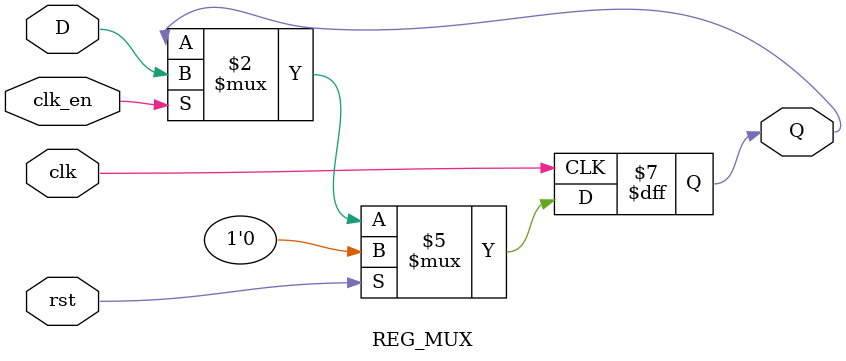
<source format=v>
module REG_MUX(clk,rst,clk_en,D,Q);
parameter register = 1;
parameter TYPE = "SYNC";
parameter WIDTH = 1;
input [WIDTH-1:0]D;
input clk,rst,clk_en;
output reg [WIDTH-1:0]Q;
generate
  if(register == 1) begin
        if(TYPE == "SYNC") begin
        always @(posedge clk) begin
            if(rst) begin
              Q<=0;
            end
            else if(clk_en) begin
              Q<=D;
            end
        end
        end
      else begin
        always @(posedge clk or posedge rst) begin
            if (rst) begin
              Q<=0;
            end
            else begin
              if(clk_en) begin
                Q<=D;              
              end
            end
            end
        end       
  end
  else begin
    always @(*) begin
      Q=D;
    end
  end
endgenerate
endmodule

</source>
